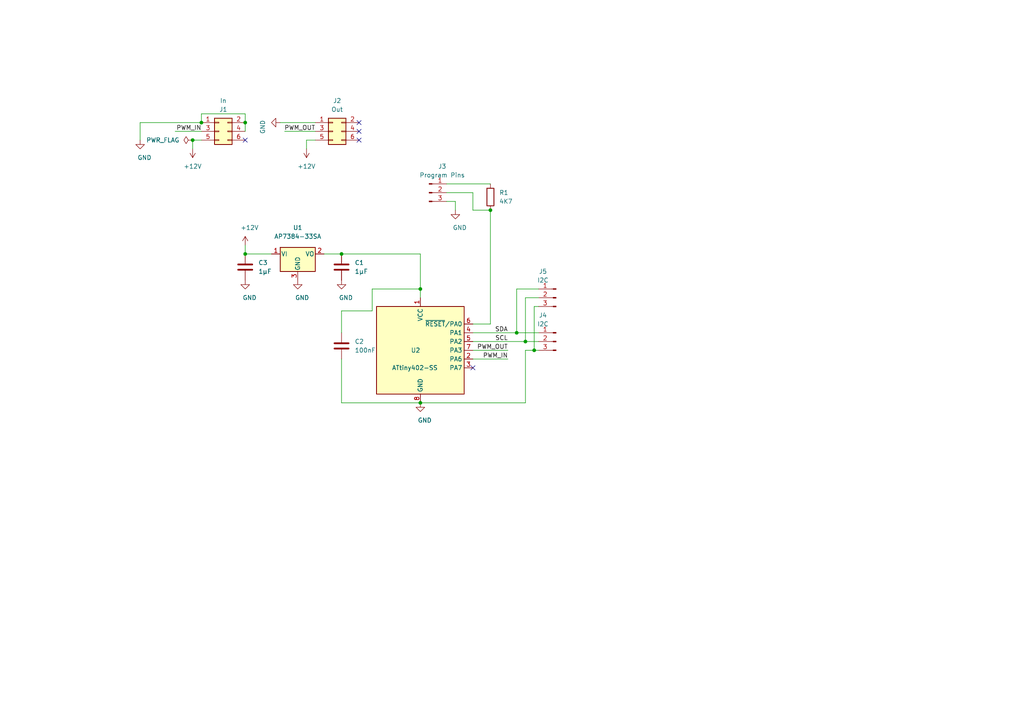
<source format=kicad_sch>
(kicad_sch (version 20210126) (generator eeschema)

  (paper "A4")

  (title_block
    (title "DL380e Fan Mod")
    (rev "1")
  )

  (lib_symbols
    (symbol "Connector:Conn_01x03_Male" (pin_names (offset 1.016) hide) (in_bom yes) (on_board yes)
      (property "Reference" "J" (id 0) (at 0 5.08 0)
        (effects (font (size 1.27 1.27)))
      )
      (property "Value" "Conn_01x03_Male" (id 1) (at 0 -5.08 0)
        (effects (font (size 1.27 1.27)))
      )
      (property "Footprint" "" (id 2) (at 0 0 0)
        (effects (font (size 1.27 1.27)) hide)
      )
      (property "Datasheet" "~" (id 3) (at 0 0 0)
        (effects (font (size 1.27 1.27)) hide)
      )
      (property "ki_keywords" "connector" (id 4) (at 0 0 0)
        (effects (font (size 1.27 1.27)) hide)
      )
      (property "ki_description" "Generic connector, single row, 01x03, script generated (kicad-library-utils/schlib/autogen/connector/)" (id 5) (at 0 0 0)
        (effects (font (size 1.27 1.27)) hide)
      )
      (property "ki_fp_filters" "Connector*:*_1x??_*" (id 6) (at 0 0 0)
        (effects (font (size 1.27 1.27)) hide)
      )
      (symbol "Conn_01x03_Male_1_1"
        (rectangle (start 0.8636 -2.413) (end 0 -2.667)
          (stroke (width 0.1524)) (fill (type outline))
        )
        (rectangle (start 0.8636 0.127) (end 0 -0.127)
          (stroke (width 0.1524)) (fill (type outline))
        )
        (rectangle (start 0.8636 2.667) (end 0 2.413)
          (stroke (width 0.1524)) (fill (type outline))
        )
        (polyline
          (pts
            (xy 1.27 -2.54)
            (xy 0.8636 -2.54)
          )
          (stroke (width 0.1524)) (fill (type none))
        )
        (polyline
          (pts
            (xy 1.27 0)
            (xy 0.8636 0)
          )
          (stroke (width 0.1524)) (fill (type none))
        )
        (polyline
          (pts
            (xy 1.27 2.54)
            (xy 0.8636 2.54)
          )
          (stroke (width 0.1524)) (fill (type none))
        )
        (pin passive line (at 5.08 2.54 180) (length 3.81)
          (name "Pin_1" (effects (font (size 1.27 1.27))))
          (number "1" (effects (font (size 1.27 1.27))))
        )
        (pin passive line (at 5.08 0 180) (length 3.81)
          (name "Pin_2" (effects (font (size 1.27 1.27))))
          (number "2" (effects (font (size 1.27 1.27))))
        )
        (pin passive line (at 5.08 -2.54 180) (length 3.81)
          (name "Pin_3" (effects (font (size 1.27 1.27))))
          (number "3" (effects (font (size 1.27 1.27))))
        )
      )
    )
    (symbol "Connector_Generic:Conn_02x03_Odd_Even" (pin_names (offset 1.016) hide) (in_bom yes) (on_board yes)
      (property "Reference" "J" (id 0) (at 1.27 5.08 0)
        (effects (font (size 1.27 1.27)))
      )
      (property "Value" "Conn_02x03_Odd_Even" (id 1) (at 1.27 -5.08 0)
        (effects (font (size 1.27 1.27)))
      )
      (property "Footprint" "" (id 2) (at 0 0 0)
        (effects (font (size 1.27 1.27)) hide)
      )
      (property "Datasheet" "~" (id 3) (at 0 0 0)
        (effects (font (size 1.27 1.27)) hide)
      )
      (property "ki_keywords" "connector" (id 4) (at 0 0 0)
        (effects (font (size 1.27 1.27)) hide)
      )
      (property "ki_description" "Generic connector, double row, 02x03, odd/even pin numbering scheme (row 1 odd numbers, row 2 even numbers), script generated (kicad-library-utils/schlib/autogen/connector/)" (id 5) (at 0 0 0)
        (effects (font (size 1.27 1.27)) hide)
      )
      (property "ki_fp_filters" "Connector*:*_2x??_*" (id 6) (at 0 0 0)
        (effects (font (size 1.27 1.27)) hide)
      )
      (symbol "Conn_02x03_Odd_Even_1_1"
        (rectangle (start -1.27 -2.413) (end 0 -2.667)
          (stroke (width 0.1524)) (fill (type none))
        )
        (rectangle (start -1.27 2.667) (end 0 2.413)
          (stroke (width 0.1524)) (fill (type none))
        )
        (rectangle (start -1.27 3.81) (end 3.81 -3.81)
          (stroke (width 0.254)) (fill (type background))
        )
        (rectangle (start -1.27 0.127) (end 0 -0.127)
          (stroke (width 0.1524)) (fill (type none))
        )
        (rectangle (start 3.81 -2.413) (end 2.54 -2.667)
          (stroke (width 0.1524)) (fill (type none))
        )
        (rectangle (start 3.81 2.667) (end 2.54 2.413)
          (stroke (width 0.1524)) (fill (type none))
        )
        (rectangle (start 3.81 0.127) (end 2.54 -0.127)
          (stroke (width 0.1524)) (fill (type none))
        )
        (pin passive line (at -5.08 2.54 0) (length 3.81)
          (name "Pin_1" (effects (font (size 1.27 1.27))))
          (number "1" (effects (font (size 1.27 1.27))))
        )
        (pin passive line (at 7.62 2.54 180) (length 3.81)
          (name "Pin_2" (effects (font (size 1.27 1.27))))
          (number "2" (effects (font (size 1.27 1.27))))
        )
        (pin passive line (at -5.08 0 0) (length 3.81)
          (name "Pin_3" (effects (font (size 1.27 1.27))))
          (number "3" (effects (font (size 1.27 1.27))))
        )
        (pin passive line (at 7.62 0 180) (length 3.81)
          (name "Pin_4" (effects (font (size 1.27 1.27))))
          (number "4" (effects (font (size 1.27 1.27))))
        )
        (pin passive line (at -5.08 -2.54 0) (length 3.81)
          (name "Pin_5" (effects (font (size 1.27 1.27))))
          (number "5" (effects (font (size 1.27 1.27))))
        )
        (pin passive line (at 7.62 -2.54 180) (length 3.81)
          (name "Pin_6" (effects (font (size 1.27 1.27))))
          (number "6" (effects (font (size 1.27 1.27))))
        )
      )
    )
    (symbol "Device:C" (pin_numbers hide) (pin_names (offset 0.254)) (in_bom yes) (on_board yes)
      (property "Reference" "C" (id 0) (at 0.635 2.54 0)
        (effects (font (size 1.27 1.27)) (justify left))
      )
      (property "Value" "C" (id 1) (at 0.635 -2.54 0)
        (effects (font (size 1.27 1.27)) (justify left))
      )
      (property "Footprint" "" (id 2) (at 0.9652 -3.81 0)
        (effects (font (size 1.27 1.27)) hide)
      )
      (property "Datasheet" "~" (id 3) (at 0 0 0)
        (effects (font (size 1.27 1.27)) hide)
      )
      (property "ki_keywords" "cap capacitor" (id 4) (at 0 0 0)
        (effects (font (size 1.27 1.27)) hide)
      )
      (property "ki_description" "Unpolarized capacitor" (id 5) (at 0 0 0)
        (effects (font (size 1.27 1.27)) hide)
      )
      (property "ki_fp_filters" "C_*" (id 6) (at 0 0 0)
        (effects (font (size 1.27 1.27)) hide)
      )
      (symbol "C_0_1"
        (polyline
          (pts
            (xy -2.032 -0.762)
            (xy 2.032 -0.762)
          )
          (stroke (width 0.508)) (fill (type none))
        )
        (polyline
          (pts
            (xy -2.032 0.762)
            (xy 2.032 0.762)
          )
          (stroke (width 0.508)) (fill (type none))
        )
      )
      (symbol "C_1_1"
        (pin passive line (at 0 3.81 270) (length 2.794)
          (name "~" (effects (font (size 1.27 1.27))))
          (number "1" (effects (font (size 1.27 1.27))))
        )
        (pin passive line (at 0 -3.81 90) (length 2.794)
          (name "~" (effects (font (size 1.27 1.27))))
          (number "2" (effects (font (size 1.27 1.27))))
        )
      )
    )
    (symbol "Device:R" (pin_numbers hide) (pin_names (offset 0)) (in_bom yes) (on_board yes)
      (property "Reference" "R" (id 0) (at 2.032 0 90)
        (effects (font (size 1.27 1.27)))
      )
      (property "Value" "R" (id 1) (at 0 0 90)
        (effects (font (size 1.27 1.27)))
      )
      (property "Footprint" "" (id 2) (at -1.778 0 90)
        (effects (font (size 1.27 1.27)) hide)
      )
      (property "Datasheet" "~" (id 3) (at 0 0 0)
        (effects (font (size 1.27 1.27)) hide)
      )
      (property "ki_keywords" "R res resistor" (id 4) (at 0 0 0)
        (effects (font (size 1.27 1.27)) hide)
      )
      (property "ki_description" "Resistor" (id 5) (at 0 0 0)
        (effects (font (size 1.27 1.27)) hide)
      )
      (property "ki_fp_filters" "R_*" (id 6) (at 0 0 0)
        (effects (font (size 1.27 1.27)) hide)
      )
      (symbol "R_0_1"
        (rectangle (start -1.016 -2.54) (end 1.016 2.54)
          (stroke (width 0.254)) (fill (type none))
        )
      )
      (symbol "R_1_1"
        (pin passive line (at 0 3.81 270) (length 1.27)
          (name "~" (effects (font (size 1.27 1.27))))
          (number "1" (effects (font (size 1.27 1.27))))
        )
        (pin passive line (at 0 -3.81 90) (length 1.27)
          (name "~" (effects (font (size 1.27 1.27))))
          (number "2" (effects (font (size 1.27 1.27))))
        )
      )
    )
    (symbol "MCU_Microchip_ATtiny:ATtiny402-SS" (in_bom yes) (on_board yes)
      (property "Reference" "U" (id 0) (at -12.7 13.97 0)
        (effects (font (size 1.27 1.27)) (justify left bottom))
      )
      (property "Value" "ATtiny402-SS" (id 1) (at 2.54 -13.97 0)
        (effects (font (size 1.27 1.27)) (justify left top))
      )
      (property "Footprint" "Package_SO:SOIC-8_3.9x4.9mm_P1.27mm" (id 2) (at 0 0 0)
        (effects (font (size 1.27 1.27) italic) hide)
      )
      (property "Datasheet" "http://ww1.microchip.com/downloads/en/DeviceDoc/ATtiny202-402-AVR-MCU-with-Core-Independent-Peripherals_and-picoPower-40001969A.pdf" (id 3) (at 0 0 0)
        (effects (font (size 1.27 1.27)) hide)
      )
      (property "ki_keywords" "AVR 8bit Microcontroller tinyAVR" (id 4) (at 0 0 0)
        (effects (font (size 1.27 1.27)) hide)
      )
      (property "ki_description" "20MHz, 4kB Flash, 256B SRAM, 128B EEPROM, SOIC-8" (id 5) (at 0 0 0)
        (effects (font (size 1.27 1.27)) hide)
      )
      (property "ki_fp_filters" "SOIC*3.9x4.9mm*P1.27mm*" (id 6) (at 0 0 0)
        (effects (font (size 1.27 1.27)) hide)
      )
      (symbol "ATtiny402-SS_0_1"
        (rectangle (start -12.7 -12.7) (end 12.7 12.7)
          (stroke (width 0.254)) (fill (type background))
        )
      )
      (symbol "ATtiny402-SS_1_1"
        (pin power_in line (at 0 15.24 270) (length 2.54)
          (name "VCC" (effects (font (size 1.27 1.27))))
          (number "1" (effects (font (size 1.27 1.27))))
        )
        (pin bidirectional line (at 15.24 -2.54 180) (length 2.54)
          (name "PA6" (effects (font (size 1.27 1.27))))
          (number "2" (effects (font (size 1.27 1.27))))
        )
        (pin bidirectional line (at 15.24 -5.08 180) (length 2.54)
          (name "PA7" (effects (font (size 1.27 1.27))))
          (number "3" (effects (font (size 1.27 1.27))))
        )
        (pin bidirectional line (at 15.24 5.08 180) (length 2.54)
          (name "PA1" (effects (font (size 1.27 1.27))))
          (number "4" (effects (font (size 1.27 1.27))))
        )
        (pin bidirectional line (at 15.24 2.54 180) (length 2.54)
          (name "PA2" (effects (font (size 1.27 1.27))))
          (number "5" (effects (font (size 1.27 1.27))))
        )
        (pin bidirectional line (at 15.24 7.62 180) (length 2.54)
          (name "~RESET~/PA0" (effects (font (size 1.27 1.27))))
          (number "6" (effects (font (size 1.27 1.27))))
        )
        (pin bidirectional line (at 15.24 0 180) (length 2.54)
          (name "PA3" (effects (font (size 1.27 1.27))))
          (number "7" (effects (font (size 1.27 1.27))))
        )
        (pin power_in line (at 0 -15.24 90) (length 2.54)
          (name "GND" (effects (font (size 1.27 1.27))))
          (number "8" (effects (font (size 1.27 1.27))))
        )
      )
    )
    (symbol "Regulator_Linear:AP7384-33SA" (pin_names (offset 0.254)) (in_bom yes) (on_board yes)
      (property "Reference" "U" (id 0) (at -3.81 3.175 0)
        (effects (font (size 1.27 1.27)))
      )
      (property "Value" "AP7384-33SA" (id 1) (at 0 3.175 0)
        (effects (font (size 1.27 1.27)) (justify left))
      )
      (property "Footprint" "Package_TO_SOT_SMD:SOT-23" (id 2) (at 0 5.715 0)
        (effects (font (size 1.27 1.27) italic) hide)
      )
      (property "Datasheet" "https://www.diodes.com/assets/Datasheets/AP7384.pdf" (id 3) (at 0 -1.27 0)
        (effects (font (size 1.27 1.27)) hide)
      )
      (property "ki_keywords" "50mA LDO Regulator Fixed Positive" (id 4) (at 0 0 0)
        (effects (font (size 1.27 1.27)) hide)
      )
      (property "ki_description" "50mA Low Dropout Voltage Regulator, Fixed Output 3.3V, Wide Input Voltage Range 40V, SOT-23" (id 5) (at 0 0 0)
        (effects (font (size 1.27 1.27)) hide)
      )
      (property "ki_fp_filters" "SOT?23*" (id 6) (at 0 0 0)
        (effects (font (size 1.27 1.27)) hide)
      )
      (symbol "AP7384-33SA_0_1"
        (rectangle (start -5.08 1.905) (end 5.08 -5.08)
          (stroke (width 0.254)) (fill (type background))
        )
      )
      (symbol "AP7384-33SA_1_1"
        (pin power_in line (at -7.62 0 0) (length 2.54)
          (name "VI" (effects (font (size 1.27 1.27))))
          (number "1" (effects (font (size 1.27 1.27))))
        )
        (pin power_out line (at 7.62 0 180) (length 2.54)
          (name "VO" (effects (font (size 1.27 1.27))))
          (number "2" (effects (font (size 1.27 1.27))))
        )
        (pin power_in line (at 0 -7.62 90) (length 2.54)
          (name "GND" (effects (font (size 1.27 1.27))))
          (number "3" (effects (font (size 1.27 1.27))))
        )
      )
    )
    (symbol "power:+12V" (power) (pin_names (offset 0)) (in_bom yes) (on_board yes)
      (property "Reference" "#PWR" (id 0) (at 0 -3.81 0)
        (effects (font (size 1.27 1.27)) hide)
      )
      (property "Value" "+12V" (id 1) (at 0 3.556 0)
        (effects (font (size 1.27 1.27)))
      )
      (property "Footprint" "" (id 2) (at 0 0 0)
        (effects (font (size 1.27 1.27)) hide)
      )
      (property "Datasheet" "" (id 3) (at 0 0 0)
        (effects (font (size 1.27 1.27)) hide)
      )
      (property "ki_keywords" "power-flag" (id 4) (at 0 0 0)
        (effects (font (size 1.27 1.27)) hide)
      )
      (property "ki_description" "Power symbol creates a global label with name \"+12V\"" (id 5) (at 0 0 0)
        (effects (font (size 1.27 1.27)) hide)
      )
      (symbol "+12V_0_1"
        (polyline
          (pts
            (xy -0.762 1.27)
            (xy 0 2.54)
          )
          (stroke (width 0)) (fill (type none))
        )
        (polyline
          (pts
            (xy 0 0)
            (xy 0 2.54)
          )
          (stroke (width 0)) (fill (type none))
        )
        (polyline
          (pts
            (xy 0 2.54)
            (xy 0.762 1.27)
          )
          (stroke (width 0)) (fill (type none))
        )
      )
      (symbol "+12V_1_1"
        (pin power_in line (at 0 0 90) (length 0) hide
          (name "+12V" (effects (font (size 1.27 1.27))))
          (number "1" (effects (font (size 1.27 1.27))))
        )
      )
    )
    (symbol "power:GND" (power) (pin_names (offset 0)) (in_bom yes) (on_board yes)
      (property "Reference" "#PWR" (id 0) (at 0 -6.35 0)
        (effects (font (size 1.27 1.27)) hide)
      )
      (property "Value" "GND" (id 1) (at 0 -3.81 0)
        (effects (font (size 1.27 1.27)))
      )
      (property "Footprint" "" (id 2) (at 0 0 0)
        (effects (font (size 1.27 1.27)) hide)
      )
      (property "Datasheet" "" (id 3) (at 0 0 0)
        (effects (font (size 1.27 1.27)) hide)
      )
      (property "ki_keywords" "power-flag" (id 4) (at 0 0 0)
        (effects (font (size 1.27 1.27)) hide)
      )
      (property "ki_description" "Power symbol creates a global label with name \"GND\" , ground" (id 5) (at 0 0 0)
        (effects (font (size 1.27 1.27)) hide)
      )
      (symbol "GND_0_1"
        (polyline
          (pts
            (xy 0 0)
            (xy 0 -1.27)
            (xy 1.27 -1.27)
            (xy 0 -2.54)
            (xy -1.27 -1.27)
            (xy 0 -1.27)
          )
          (stroke (width 0)) (fill (type none))
        )
      )
      (symbol "GND_1_1"
        (pin power_in line (at 0 0 270) (length 0) hide
          (name "GND" (effects (font (size 1.27 1.27))))
          (number "1" (effects (font (size 1.27 1.27))))
        )
      )
    )
    (symbol "power:PWR_FLAG" (power) (pin_numbers hide) (pin_names (offset 0) hide) (in_bom yes) (on_board yes)
      (property "Reference" "#FLG" (id 0) (at 0 1.905 0)
        (effects (font (size 1.27 1.27)) hide)
      )
      (property "Value" "PWR_FLAG" (id 1) (at 0 3.81 0)
        (effects (font (size 1.27 1.27)))
      )
      (property "Footprint" "" (id 2) (at 0 0 0)
        (effects (font (size 1.27 1.27)) hide)
      )
      (property "Datasheet" "~" (id 3) (at 0 0 0)
        (effects (font (size 1.27 1.27)) hide)
      )
      (property "ki_keywords" "power-flag" (id 4) (at 0 0 0)
        (effects (font (size 1.27 1.27)) hide)
      )
      (property "ki_description" "Special symbol for telling ERC where power comes from" (id 5) (at 0 0 0)
        (effects (font (size 1.27 1.27)) hide)
      )
      (symbol "PWR_FLAG_0_0"
        (pin power_out line (at 0 0 90) (length 0)
          (name "pwr" (effects (font (size 1.27 1.27))))
          (number "1" (effects (font (size 1.27 1.27))))
        )
      )
      (symbol "PWR_FLAG_0_1"
        (polyline
          (pts
            (xy 0 0)
            (xy 0 1.27)
            (xy -1.016 1.905)
            (xy 0 2.54)
            (xy 1.016 1.905)
            (xy 0 1.27)
          )
          (stroke (width 0)) (fill (type none))
        )
      )
    )
  )

  (junction (at 55.88 40.64) (diameter 0.9144) (color 0 0 0 0))
  (junction (at 58.42 35.56) (diameter 0.9144) (color 0 0 0 0))
  (junction (at 71.12 35.56) (diameter 0.9144) (color 0 0 0 0))
  (junction (at 71.12 73.66) (diameter 0.9144) (color 0 0 0 0))
  (junction (at 99.06 73.66) (diameter 0.9144) (color 0 0 0 0))
  (junction (at 121.92 83.82) (diameter 0.9144) (color 0 0 0 0))
  (junction (at 121.92 116.84) (diameter 0.9144) (color 0 0 0 0))
  (junction (at 142.24 60.96) (diameter 0.9144) (color 0 0 0 0))
  (junction (at 149.86 96.52) (diameter 0.9144) (color 0 0 0 0))
  (junction (at 152.4 99.06) (diameter 0.9144) (color 0 0 0 0))
  (junction (at 154.94 101.6) (diameter 0.9144) (color 0 0 0 0))

  (no_connect (at 71.12 40.64) (uuid db96c285-6146-46f3-af28-b0223dda620f))
  (no_connect (at 104.14 35.56) (uuid 3815d993-81af-40e7-becd-ba96d35bbe3f))
  (no_connect (at 104.14 38.1) (uuid 4e40b585-215e-45d5-a4c4-b6fbe0bc85d9))
  (no_connect (at 104.14 40.64) (uuid a3ca2f66-b78e-4bd4-8a09-d63f9a280e55))
  (no_connect (at 137.16 106.68) (uuid e82a08d1-82cd-437a-ba26-7f50ac982008))

  (wire (pts (xy 40.64 35.56) (xy 58.42 35.56))
    (stroke (width 0) (type solid) (color 0 0 0 0))
    (uuid 80b279eb-e5e7-4e1d-8def-a72b3dd1856f)
  )
  (wire (pts (xy 40.64 40.64) (xy 40.64 35.56))
    (stroke (width 0) (type solid) (color 0 0 0 0))
    (uuid 80b279eb-e5e7-4e1d-8def-a72b3dd1856f)
  )
  (wire (pts (xy 50.8 38.1) (xy 58.42 38.1))
    (stroke (width 0) (type solid) (color 0 0 0 0))
    (uuid 6da8561b-4e15-4f7f-9523-87d07f6c1cf0)
  )
  (wire (pts (xy 55.88 40.64) (xy 55.88 43.18))
    (stroke (width 0) (type solid) (color 0 0 0 0))
    (uuid ff7c0d4b-34e9-413b-8fe0-a16da429ab7d)
  )
  (wire (pts (xy 58.42 33.02) (xy 71.12 33.02))
    (stroke (width 0) (type solid) (color 0 0 0 0))
    (uuid 552e5f66-1849-4611-9d3b-762ad26857f7)
  )
  (wire (pts (xy 58.42 35.56) (xy 58.42 33.02))
    (stroke (width 0) (type solid) (color 0 0 0 0))
    (uuid 552e5f66-1849-4611-9d3b-762ad26857f7)
  )
  (wire (pts (xy 58.42 40.64) (xy 55.88 40.64))
    (stroke (width 0) (type solid) (color 0 0 0 0))
    (uuid ff7c0d4b-34e9-413b-8fe0-a16da429ab7d)
  )
  (wire (pts (xy 71.12 33.02) (xy 71.12 35.56))
    (stroke (width 0) (type solid) (color 0 0 0 0))
    (uuid 552e5f66-1849-4611-9d3b-762ad26857f7)
  )
  (wire (pts (xy 71.12 35.56) (xy 71.12 38.1))
    (stroke (width 0) (type solid) (color 0 0 0 0))
    (uuid 552e5f66-1849-4611-9d3b-762ad26857f7)
  )
  (wire (pts (xy 71.12 73.66) (xy 71.12 71.12))
    (stroke (width 0) (type solid) (color 0 0 0 0))
    (uuid 9d9c7328-35cc-4b5b-b77c-9b8b628a510f)
  )
  (wire (pts (xy 78.74 73.66) (xy 71.12 73.66))
    (stroke (width 0) (type solid) (color 0 0 0 0))
    (uuid 9d9c7328-35cc-4b5b-b77c-9b8b628a510f)
  )
  (wire (pts (xy 81.28 35.56) (xy 91.44 35.56))
    (stroke (width 0) (type solid) (color 0 0 0 0))
    (uuid 322c653e-b0f5-402e-ab03-ffdcaaef246e)
  )
  (wire (pts (xy 82.55 38.1) (xy 91.44 38.1))
    (stroke (width 0) (type solid) (color 0 0 0 0))
    (uuid bbd381aa-ecfa-496a-99c6-3797dfe0b95b)
  )
  (wire (pts (xy 88.9 40.64) (xy 88.9 43.18))
    (stroke (width 0) (type solid) (color 0 0 0 0))
    (uuid bca88284-ebf5-4a91-a5fb-4023ee195ac9)
  )
  (wire (pts (xy 91.44 40.64) (xy 88.9 40.64))
    (stroke (width 0) (type solid) (color 0 0 0 0))
    (uuid bca88284-ebf5-4a91-a5fb-4023ee195ac9)
  )
  (wire (pts (xy 93.98 73.66) (xy 99.06 73.66))
    (stroke (width 0) (type solid) (color 0 0 0 0))
    (uuid 0b6579e7-d844-45db-b5e8-ce9c7e936cd6)
  )
  (wire (pts (xy 99.06 73.66) (xy 121.92 73.66))
    (stroke (width 0) (type solid) (color 0 0 0 0))
    (uuid 0b6579e7-d844-45db-b5e8-ce9c7e936cd6)
  )
  (wire (pts (xy 99.06 90.17) (xy 99.06 96.52))
    (stroke (width 0) (type solid) (color 0 0 0 0))
    (uuid 085a9b68-d739-499e-9d60-8a9a3e2e10fc)
  )
  (wire (pts (xy 99.06 90.17) (xy 107.95 90.17))
    (stroke (width 0) (type solid) (color 0 0 0 0))
    (uuid 38817945-d05e-4cf0-9437-546e74072b4b)
  )
  (wire (pts (xy 99.06 116.84) (xy 99.06 104.14))
    (stroke (width 0) (type solid) (color 0 0 0 0))
    (uuid e12a9fb4-a04e-4121-a34a-2666ceaa9796)
  )
  (wire (pts (xy 99.06 116.84) (xy 121.92 116.84))
    (stroke (width 0) (type solid) (color 0 0 0 0))
    (uuid 8f47fede-fc3d-42aa-831f-74f62a56b8c3)
  )
  (wire (pts (xy 107.95 83.82) (xy 121.92 83.82))
    (stroke (width 0) (type solid) (color 0 0 0 0))
    (uuid 38817945-d05e-4cf0-9437-546e74072b4b)
  )
  (wire (pts (xy 107.95 90.17) (xy 107.95 83.82))
    (stroke (width 0) (type solid) (color 0 0 0 0))
    (uuid 38817945-d05e-4cf0-9437-546e74072b4b)
  )
  (wire (pts (xy 121.92 73.66) (xy 121.92 83.82))
    (stroke (width 0) (type solid) (color 0 0 0 0))
    (uuid 0b6579e7-d844-45db-b5e8-ce9c7e936cd6)
  )
  (wire (pts (xy 121.92 83.82) (xy 121.92 86.36))
    (stroke (width 0) (type solid) (color 0 0 0 0))
    (uuid 0b6579e7-d844-45db-b5e8-ce9c7e936cd6)
  )
  (wire (pts (xy 129.54 53.34) (xy 142.24 53.34))
    (stroke (width 0) (type solid) (color 0 0 0 0))
    (uuid 6cab50c8-8ce3-42b6-974f-5e9c023f9a3b)
  )
  (wire (pts (xy 129.54 55.88) (xy 137.16 55.88))
    (stroke (width 0) (type solid) (color 0 0 0 0))
    (uuid a1292d4a-5abf-4b65-bb70-0f1179967bc6)
  )
  (wire (pts (xy 129.54 58.42) (xy 132.08 58.42))
    (stroke (width 0) (type solid) (color 0 0 0 0))
    (uuid c3d362c2-739e-471f-8872-a9f3f2a12e25)
  )
  (wire (pts (xy 132.08 58.42) (xy 132.08 60.96))
    (stroke (width 0) (type solid) (color 0 0 0 0))
    (uuid c3d362c2-739e-471f-8872-a9f3f2a12e25)
  )
  (wire (pts (xy 137.16 55.88) (xy 137.16 60.96))
    (stroke (width 0) (type solid) (color 0 0 0 0))
    (uuid a1292d4a-5abf-4b65-bb70-0f1179967bc6)
  )
  (wire (pts (xy 137.16 60.96) (xy 142.24 60.96))
    (stroke (width 0) (type solid) (color 0 0 0 0))
    (uuid a1292d4a-5abf-4b65-bb70-0f1179967bc6)
  )
  (wire (pts (xy 137.16 96.52) (xy 149.86 96.52))
    (stroke (width 0) (type solid) (color 0 0 0 0))
    (uuid 5686a2ff-e178-4473-8cb5-cb94a2b09c14)
  )
  (wire (pts (xy 137.16 99.06) (xy 152.4 99.06))
    (stroke (width 0) (type solid) (color 0 0 0 0))
    (uuid 6f88af2a-56c2-4b87-877b-fcb74481d3ff)
  )
  (wire (pts (xy 137.16 101.6) (xy 147.32 101.6))
    (stroke (width 0) (type solid) (color 0 0 0 0))
    (uuid a09ca5cb-1986-42f6-963d-d5e48a02a9b3)
  )
  (wire (pts (xy 137.16 104.14) (xy 147.32 104.14))
    (stroke (width 0) (type solid) (color 0 0 0 0))
    (uuid 5da629d3-6513-45bc-8536-0a695ff48900)
  )
  (wire (pts (xy 142.24 60.96) (xy 142.24 93.98))
    (stroke (width 0) (type solid) (color 0 0 0 0))
    (uuid 9fa8f67c-828e-495c-b460-48f3a386bdcf)
  )
  (wire (pts (xy 142.24 93.98) (xy 137.16 93.98))
    (stroke (width 0) (type solid) (color 0 0 0 0))
    (uuid 9fa8f67c-828e-495c-b460-48f3a386bdcf)
  )
  (wire (pts (xy 149.86 83.82) (xy 156.21 83.82))
    (stroke (width 0) (type solid) (color 0 0 0 0))
    (uuid 08d8ec37-2b13-42c0-b80b-db6e5bc15684)
  )
  (wire (pts (xy 149.86 96.52) (xy 149.86 83.82))
    (stroke (width 0) (type solid) (color 0 0 0 0))
    (uuid 08d8ec37-2b13-42c0-b80b-db6e5bc15684)
  )
  (wire (pts (xy 149.86 96.52) (xy 156.21 96.52))
    (stroke (width 0) (type solid) (color 0 0 0 0))
    (uuid 5686a2ff-e178-4473-8cb5-cb94a2b09c14)
  )
  (wire (pts (xy 152.4 86.36) (xy 156.21 86.36))
    (stroke (width 0) (type solid) (color 0 0 0 0))
    (uuid 1f236fa8-9670-4c39-b69b-47260bea9dfb)
  )
  (wire (pts (xy 152.4 99.06) (xy 152.4 86.36))
    (stroke (width 0) (type solid) (color 0 0 0 0))
    (uuid 1f236fa8-9670-4c39-b69b-47260bea9dfb)
  )
  (wire (pts (xy 152.4 99.06) (xy 156.21 99.06))
    (stroke (width 0) (type solid) (color 0 0 0 0))
    (uuid 6f88af2a-56c2-4b87-877b-fcb74481d3ff)
  )
  (wire (pts (xy 152.4 101.6) (xy 152.4 116.84))
    (stroke (width 0) (type solid) (color 0 0 0 0))
    (uuid 1e931af4-e8c9-47ee-b0fc-5973535fb238)
  )
  (wire (pts (xy 152.4 116.84) (xy 121.92 116.84))
    (stroke (width 0) (type solid) (color 0 0 0 0))
    (uuid 1e931af4-e8c9-47ee-b0fc-5973535fb238)
  )
  (wire (pts (xy 154.94 88.9) (xy 156.21 88.9))
    (stroke (width 0) (type solid) (color 0 0 0 0))
    (uuid ad733356-c413-443c-9287-26b65bc0b6a9)
  )
  (wire (pts (xy 154.94 101.6) (xy 152.4 101.6))
    (stroke (width 0) (type solid) (color 0 0 0 0))
    (uuid 1e931af4-e8c9-47ee-b0fc-5973535fb238)
  )
  (wire (pts (xy 154.94 101.6) (xy 154.94 88.9))
    (stroke (width 0) (type solid) (color 0 0 0 0))
    (uuid ad733356-c413-443c-9287-26b65bc0b6a9)
  )
  (wire (pts (xy 156.21 101.6) (xy 154.94 101.6))
    (stroke (width 0) (type solid) (color 0 0 0 0))
    (uuid 1e931af4-e8c9-47ee-b0fc-5973535fb238)
  )

  (label "PWM_IN" (at 58.42 38.1 180)
    (effects (font (size 1.27 1.27)) (justify right bottom))
    (uuid 1f3b8e8b-28c5-4eac-b844-e02e86ff975f)
  )
  (label "PWM_OUT" (at 91.44 38.1 180)
    (effects (font (size 1.27 1.27)) (justify right bottom))
    (uuid cae8ffd0-617f-4293-9d14-7ba9a3fc8eb6)
  )
  (label "SDA" (at 147.32 96.52 180)
    (effects (font (size 1.27 1.27)) (justify right bottom))
    (uuid 3ea0b8c5-fbdf-45c2-abdf-a847961770b9)
  )
  (label "SCL" (at 147.32 99.06 180)
    (effects (font (size 1.27 1.27)) (justify right bottom))
    (uuid e0633ff7-fd53-482d-beb1-e3242b5e009f)
  )
  (label "PWM_OUT" (at 147.32 101.6 180)
    (effects (font (size 1.27 1.27)) (justify right bottom))
    (uuid b0f37ffc-762a-496c-a1b4-c4aeccc3c12b)
  )
  (label "PWM_IN" (at 147.32 104.14 180)
    (effects (font (size 1.27 1.27)) (justify right bottom))
    (uuid 0536ccbf-2c3b-4a04-9f6e-2e26475d7808)
  )

  (symbol (lib_id "power:PWR_FLAG") (at 55.88 40.64 90) (unit 1)
    (in_bom yes) (on_board yes)
    (uuid b60f6179-0871-49e1-9979-1217542d724e)
    (property "Reference" "#FLG01" (id 0) (at 53.975 40.64 0)
      (effects (font (size 1.27 1.27)) hide)
    )
    (property "Value" "PWR_FLAG" (id 1) (at 52.07 40.64 90)
      (effects (font (size 1.27 1.27)) (justify left))
    )
    (property "Footprint" "" (id 2) (at 55.88 40.64 0)
      (effects (font (size 1.27 1.27)) hide)
    )
    (property "Datasheet" "~" (id 3) (at 55.88 40.64 0)
      (effects (font (size 1.27 1.27)) hide)
    )
    (pin "1" (uuid 23a24f6b-63ec-492d-95a8-4f0734e74f02))
  )

  (symbol (lib_id "power:+12V") (at 55.88 43.18 180) (unit 1)
    (in_bom yes) (on_board yes)
    (uuid 15d0d0e3-4be4-491e-869c-9eed6d96ed64)
    (property "Reference" "#PWR02" (id 0) (at 55.88 39.37 0)
      (effects (font (size 1.27 1.27)) hide)
    )
    (property "Value" "+12V" (id 1) (at 55.88 48.26 0))
    (property "Footprint" "" (id 2) (at 55.88 43.18 0)
      (effects (font (size 1.27 1.27)) hide)
    )
    (property "Datasheet" "" (id 3) (at 55.88 43.18 0)
      (effects (font (size 1.27 1.27)) hide)
    )
    (pin "1" (uuid 8b6ad223-ed39-4d34-a588-e33d78af78a9))
  )

  (symbol (lib_id "power:+12V") (at 71.12 71.12 0) (unit 1)
    (in_bom yes) (on_board yes)
    (uuid f3f9c374-8ac5-47f4-a920-52728d56acb7)
    (property "Reference" "#PWR03" (id 0) (at 71.12 74.93 0)
      (effects (font (size 1.27 1.27)) hide)
    )
    (property "Value" "+12V" (id 1) (at 72.39 66.04 0))
    (property "Footprint" "" (id 2) (at 71.12 71.12 0)
      (effects (font (size 1.27 1.27)) hide)
    )
    (property "Datasheet" "" (id 3) (at 71.12 71.12 0)
      (effects (font (size 1.27 1.27)) hide)
    )
    (pin "1" (uuid 9ac67d94-e498-4ff8-b87b-7bfa46be60b8))
  )

  (symbol (lib_id "power:+12V") (at 88.9 43.18 180) (unit 1)
    (in_bom yes) (on_board yes)
    (uuid 61a55228-f171-4bf5-9f31-6777bb1509e5)
    (property "Reference" "#PWR06" (id 0) (at 88.9 39.37 0)
      (effects (font (size 1.27 1.27)) hide)
    )
    (property "Value" "+12V" (id 1) (at 88.9 48.26 0))
    (property "Footprint" "" (id 2) (at 88.9 43.18 0)
      (effects (font (size 1.27 1.27)) hide)
    )
    (property "Datasheet" "" (id 3) (at 88.9 43.18 0)
      (effects (font (size 1.27 1.27)) hide)
    )
    (pin "1" (uuid 8b6ad223-ed39-4d34-a588-e33d78af78a9))
  )

  (symbol (lib_id "power:GND") (at 40.64 40.64 0) (unit 1)
    (in_bom yes) (on_board yes)
    (uuid e33dedd4-4100-43ea-9038-ea912e5a8d37)
    (property "Reference" "#PWR01" (id 0) (at 40.64 46.99 0)
      (effects (font (size 1.27 1.27)) hide)
    )
    (property "Value" "GND" (id 1) (at 41.91 45.72 0))
    (property "Footprint" "" (id 2) (at 40.64 40.64 0)
      (effects (font (size 1.27 1.27)) hide)
    )
    (property "Datasheet" "" (id 3) (at 40.64 40.64 0)
      (effects (font (size 1.27 1.27)) hide)
    )
    (pin "1" (uuid a9d6be79-7047-4be2-a053-777d3508184b))
  )

  (symbol (lib_id "power:GND") (at 71.12 81.28 0) (unit 1)
    (in_bom yes) (on_board yes)
    (uuid 0bc015a7-0a9a-4ba5-9c66-6b46aefe101a)
    (property "Reference" "#PWR0102" (id 0) (at 71.12 87.63 0)
      (effects (font (size 1.27 1.27)) hide)
    )
    (property "Value" "GND" (id 1) (at 72.39 86.36 0))
    (property "Footprint" "" (id 2) (at 71.12 81.28 0)
      (effects (font (size 1.27 1.27)) hide)
    )
    (property "Datasheet" "" (id 3) (at 71.12 81.28 0)
      (effects (font (size 1.27 1.27)) hide)
    )
    (pin "1" (uuid 45486006-0cd7-417c-bb51-4ce5b4c400a0))
  )

  (symbol (lib_id "power:GND") (at 81.28 35.56 270) (unit 1)
    (in_bom yes) (on_board yes)
    (uuid 0527cd57-b84d-4a3f-a71d-66ff69132c18)
    (property "Reference" "#PWR04" (id 0) (at 74.93 35.56 0)
      (effects (font (size 1.27 1.27)) hide)
    )
    (property "Value" "GND" (id 1) (at 76.2 36.83 0))
    (property "Footprint" "" (id 2) (at 81.28 35.56 0)
      (effects (font (size 1.27 1.27)) hide)
    )
    (property "Datasheet" "" (id 3) (at 81.28 35.56 0)
      (effects (font (size 1.27 1.27)) hide)
    )
    (pin "1" (uuid a9d6be79-7047-4be2-a053-777d3508184b))
  )

  (symbol (lib_id "power:GND") (at 86.36 81.28 0) (unit 1)
    (in_bom yes) (on_board yes)
    (uuid 16c19227-53a8-4ff6-b783-9bff57e97486)
    (property "Reference" "#PWR05" (id 0) (at 86.36 87.63 0)
      (effects (font (size 1.27 1.27)) hide)
    )
    (property "Value" "GND" (id 1) (at 87.63 86.36 0))
    (property "Footprint" "" (id 2) (at 86.36 81.28 0)
      (effects (font (size 1.27 1.27)) hide)
    )
    (property "Datasheet" "" (id 3) (at 86.36 81.28 0)
      (effects (font (size 1.27 1.27)) hide)
    )
    (pin "1" (uuid 3ad660f6-ba21-4753-9de4-18c84c542d32))
  )

  (symbol (lib_id "power:GND") (at 99.06 81.28 0) (unit 1)
    (in_bom yes) (on_board yes)
    (uuid 313dbbc2-8ed7-43bc-b1b2-60692955d53b)
    (property "Reference" "#PWR08" (id 0) (at 99.06 87.63 0)
      (effects (font (size 1.27 1.27)) hide)
    )
    (property "Value" "GND" (id 1) (at 100.33 86.36 0))
    (property "Footprint" "" (id 2) (at 99.06 81.28 0)
      (effects (font (size 1.27 1.27)) hide)
    )
    (property "Datasheet" "" (id 3) (at 99.06 81.28 0)
      (effects (font (size 1.27 1.27)) hide)
    )
    (pin "1" (uuid 1f75bb61-109b-4746-9066-ebb720063336))
  )

  (symbol (lib_id "power:GND") (at 121.92 116.84 0) (unit 1)
    (in_bom yes) (on_board yes)
    (uuid 5af62f2a-3c74-4bdd-a83c-6537cd3f6cb4)
    (property "Reference" "#PWR07" (id 0) (at 121.92 123.19 0)
      (effects (font (size 1.27 1.27)) hide)
    )
    (property "Value" "GND" (id 1) (at 123.19 121.92 0))
    (property "Footprint" "" (id 2) (at 121.92 116.84 0)
      (effects (font (size 1.27 1.27)) hide)
    )
    (property "Datasheet" "" (id 3) (at 121.92 116.84 0)
      (effects (font (size 1.27 1.27)) hide)
    )
    (pin "1" (uuid a9d6be79-7047-4be2-a053-777d3508184b))
  )

  (symbol (lib_id "power:GND") (at 132.08 60.96 0) (unit 1)
    (in_bom yes) (on_board yes)
    (uuid ae38171d-9150-4ae7-bb5e-7b15d486b2b1)
    (property "Reference" "#PWR0101" (id 0) (at 132.08 67.31 0)
      (effects (font (size 1.27 1.27)) hide)
    )
    (property "Value" "GND" (id 1) (at 133.35 66.04 0))
    (property "Footprint" "" (id 2) (at 132.08 60.96 0)
      (effects (font (size 1.27 1.27)) hide)
    )
    (property "Datasheet" "" (id 3) (at 132.08 60.96 0)
      (effects (font (size 1.27 1.27)) hide)
    )
    (pin "1" (uuid c38f92c0-c289-480d-8f7c-ca6073e4a8e1))
  )

  (symbol (lib_id "Device:R") (at 142.24 57.15 0) (unit 1)
    (in_bom yes) (on_board yes)
    (uuid 8faf5ccf-9a82-42b1-9ba4-1ce9f91db140)
    (property "Reference" "R1" (id 0) (at 144.78 55.88 0)
      (effects (font (size 1.27 1.27)) (justify left))
    )
    (property "Value" "4K7" (id 1) (at 144.78 58.42 0)
      (effects (font (size 1.27 1.27)) (justify left))
    )
    (property "Footprint" "Capacitor_SMD:C_0805_2012Metric" (id 2) (at 140.462 57.15 90)
      (effects (font (size 1.27 1.27)) hide)
    )
    (property "Datasheet" "~" (id 3) (at 142.24 57.15 0)
      (effects (font (size 1.27 1.27)) hide)
    )
    (pin "1" (uuid 50dbf3db-725a-4bce-9cdf-4691e927f0d4))
    (pin "2" (uuid 38348628-f9a7-4aee-ac48-e47c604baa2c))
  )

  (symbol (lib_id "Device:C") (at 71.12 77.47 0) (unit 1)
    (in_bom yes) (on_board yes)
    (uuid 44c455e1-9bcb-4a33-bad2-ca8a2d34a438)
    (property "Reference" "C3" (id 0) (at 74.93 76.2 0)
      (effects (font (size 1.27 1.27)) (justify left))
    )
    (property "Value" "1µF" (id 1) (at 74.93 78.74 0)
      (effects (font (size 1.27 1.27)) (justify left))
    )
    (property "Footprint" "Capacitor_SMD:C_0805_2012Metric" (id 2) (at 72.0852 81.28 0)
      (effects (font (size 1.27 1.27)) hide)
    )
    (property "Datasheet" "~" (id 3) (at 71.12 77.47 0)
      (effects (font (size 1.27 1.27)) hide)
    )
    (pin "1" (uuid 4e90801e-7f13-4753-8136-50272f195645))
    (pin "2" (uuid e90aed0b-2b69-408f-afbe-fe10472a85b8))
  )

  (symbol (lib_id "Device:C") (at 99.06 77.47 0) (unit 1)
    (in_bom yes) (on_board yes)
    (uuid f10cebee-5712-4587-b3e7-0045452f1d20)
    (property "Reference" "C1" (id 0) (at 102.87 76.2 0)
      (effects (font (size 1.27 1.27)) (justify left))
    )
    (property "Value" "1µF" (id 1) (at 102.87 78.74 0)
      (effects (font (size 1.27 1.27)) (justify left))
    )
    (property "Footprint" "Capacitor_SMD:C_0805_2012Metric" (id 2) (at 100.0252 81.28 0)
      (effects (font (size 1.27 1.27)) hide)
    )
    (property "Datasheet" "~" (id 3) (at 99.06 77.47 0)
      (effects (font (size 1.27 1.27)) hide)
    )
    (pin "1" (uuid 84894ddb-c5cb-4abb-9a5d-7860c93dc5dd))
    (pin "2" (uuid 280fa919-aff5-457d-8a47-fc93d2d2eb8e))
  )

  (symbol (lib_id "Device:C") (at 99.06 100.33 180) (unit 1)
    (in_bom yes) (on_board yes)
    (uuid 81357930-264e-4e0e-9cf7-2accc43945d8)
    (property "Reference" "C2" (id 0) (at 102.87 99.06 0)
      (effects (font (size 1.27 1.27)) (justify right))
    )
    (property "Value" "100nF" (id 1) (at 102.87 101.6 0)
      (effects (font (size 1.27 1.27)) (justify right))
    )
    (property "Footprint" "Capacitor_SMD:C_0805_2012Metric" (id 2) (at 98.0948 96.52 0)
      (effects (font (size 1.27 1.27)) hide)
    )
    (property "Datasheet" "~" (id 3) (at 99.06 100.33 0)
      (effects (font (size 1.27 1.27)) hide)
    )
    (pin "1" (uuid 6f51c013-7988-416a-b278-840787110596))
    (pin "2" (uuid 85442a38-9570-4041-a726-800d6806afb2))
  )

  (symbol (lib_id "Connector:Conn_01x03_Male") (at 124.46 55.88 0) (unit 1)
    (in_bom yes) (on_board yes)
    (uuid c25d2fd2-3751-4f59-bba4-51cd807d3f08)
    (property "Reference" "J3" (id 0) (at 128.27 48.26 0))
    (property "Value" "Program Pins" (id 1) (at 128.27 50.8 0))
    (property "Footprint" "Connector_PinHeader_2.54mm:PinHeader_1x03_P2.54mm_Vertical" (id 2) (at 124.46 55.88 0)
      (effects (font (size 1.27 1.27)) hide)
    )
    (property "Datasheet" "~" (id 3) (at 124.46 55.88 0)
      (effects (font (size 1.27 1.27)) hide)
    )
    (pin "1" (uuid a5588adb-0612-4e2e-83c4-58e8076be3cc))
    (pin "2" (uuid 7e290e1f-4bea-468c-a0b0-9d9becf49f30))
    (pin "3" (uuid 8c085b5d-e616-405e-b5e4-fecc7a6f516c))
  )

  (symbol (lib_id "Connector:Conn_01x03_Male") (at 161.29 86.36 0) (mirror y) (unit 1)
    (in_bom yes) (on_board yes)
    (uuid b5e0e696-444a-4199-9ca6-a6dcb96416da)
    (property "Reference" "J5" (id 0) (at 157.48 78.74 0))
    (property "Value" "I2C" (id 1) (at 157.48 81.28 0))
    (property "Footprint" "Connector_PinHeader_2.54mm:PinHeader_1x03_P2.54mm_Vertical" (id 2) (at 161.29 86.36 0)
      (effects (font (size 1.27 1.27)) hide)
    )
    (property "Datasheet" "~" (id 3) (at 161.29 86.36 0)
      (effects (font (size 1.27 1.27)) hide)
    )
    (pin "1" (uuid a4fc6c9a-76f7-4040-8e57-6e659b5bca91))
    (pin "2" (uuid 0d118532-ac55-4313-b11b-eb0964ee4c92))
    (pin "3" (uuid 3d00835d-7bcd-45c3-b74c-0ba4f41940bd))
  )

  (symbol (lib_id "Connector:Conn_01x03_Male") (at 161.29 99.06 0) (mirror y) (unit 1)
    (in_bom yes) (on_board yes)
    (uuid 51eda64b-bb75-40a2-bbc2-1868dfa70b79)
    (property "Reference" "J4" (id 0) (at 157.48 91.44 0))
    (property "Value" "I2C" (id 1) (at 157.48 93.98 0))
    (property "Footprint" "Connector_PinHeader_2.54mm:PinHeader_1x03_P2.54mm_Vertical" (id 2) (at 161.29 99.06 0)
      (effects (font (size 1.27 1.27)) hide)
    )
    (property "Datasheet" "~" (id 3) (at 161.29 99.06 0)
      (effects (font (size 1.27 1.27)) hide)
    )
    (pin "1" (uuid a4fc6c9a-76f7-4040-8e57-6e659b5bca91))
    (pin "2" (uuid 0d118532-ac55-4313-b11b-eb0964ee4c92))
    (pin "3" (uuid 3d00835d-7bcd-45c3-b74c-0ba4f41940bd))
  )

  (symbol (lib_id "Connector_Generic:Conn_02x03_Odd_Even") (at 63.5 38.1 0) (unit 1)
    (in_bom yes) (on_board yes)
    (uuid 72fa8a6a-1001-4fc7-ab89-fc778a9ae985)
    (property "Reference" "J1" (id 0) (at 64.77 31.75 0))
    (property "Value" "In" (id 1) (at 64.77 29.21 0))
    (property "Footprint" "Connector_PinHeader_2.00mm:PinHeader_2x03_P2.00mm_Vertical" (id 2) (at 63.5 38.1 0)
      (effects (font (size 1.27 1.27)) hide)
    )
    (property "Datasheet" "~" (id 3) (at 63.5 38.1 0)
      (effects (font (size 1.27 1.27)) hide)
    )
    (pin "1" (uuid e7bb0eda-e6c9-4151-9841-25be311e7392))
    (pin "2" (uuid 5fbab10c-1c10-4c88-b1cd-e528315aa79a))
    (pin "3" (uuid 79ae6f53-b297-4064-8f2c-daf2d3c7cbbb))
    (pin "4" (uuid ae6f4607-765e-41e2-a981-d735fabd8f54))
    (pin "5" (uuid 0753b0e4-0db7-4265-8772-c3af63e5f09e))
    (pin "6" (uuid 343259fa-90d8-427f-a68c-2adc0aa281d1))
  )

  (symbol (lib_id "Connector_Generic:Conn_02x03_Odd_Even") (at 96.52 38.1 0) (unit 1)
    (in_bom yes) (on_board yes)
    (uuid e9954cfa-616e-4b19-8bda-17822bdd089e)
    (property "Reference" "J2" (id 0) (at 97.79 29.21 0))
    (property "Value" "Out" (id 1) (at 97.79 31.75 0))
    (property "Footprint" "Connector_PinHeader_2.00mm:PinHeader_2x03_P2.00mm_Vertical" (id 2) (at 96.52 38.1 0)
      (effects (font (size 1.27 1.27)) hide)
    )
    (property "Datasheet" "~" (id 3) (at 96.52 38.1 0)
      (effects (font (size 1.27 1.27)) hide)
    )
    (pin "1" (uuid e7bb0eda-e6c9-4151-9841-25be311e7392))
    (pin "2" (uuid 5fbab10c-1c10-4c88-b1cd-e528315aa79a))
    (pin "3" (uuid 79ae6f53-b297-4064-8f2c-daf2d3c7cbbb))
    (pin "4" (uuid ae6f4607-765e-41e2-a981-d735fabd8f54))
    (pin "5" (uuid 0753b0e4-0db7-4265-8772-c3af63e5f09e))
    (pin "6" (uuid 343259fa-90d8-427f-a68c-2adc0aa281d1))
  )

  (symbol (lib_id "Regulator_Linear:AP7384-33SA") (at 86.36 73.66 0) (unit 1)
    (in_bom yes) (on_board yes)
    (uuid 76f352f7-450b-4ad2-8e0a-6bb76cd96f63)
    (property "Reference" "U1" (id 0) (at 86.36 66.04 0))
    (property "Value" "AP7384-33SA" (id 1) (at 86.36 68.58 0))
    (property "Footprint" "Package_TO_SOT_SMD:SOT-23" (id 2) (at 86.36 67.945 0)
      (effects (font (size 1.27 1.27) italic) hide)
    )
    (property "Datasheet" "https://www.diodes.com/assets/Datasheets/AP7384.pdf" (id 3) (at 86.36 74.93 0)
      (effects (font (size 1.27 1.27)) hide)
    )
    (pin "1" (uuid f8cc6381-aacf-4533-aeb2-acf75988770f))
    (pin "2" (uuid cdd057af-e330-4385-b5db-c6c9cd39c9a3))
    (pin "3" (uuid 78de597d-3adf-4308-ba1c-83d0eeb025c0))
  )

  (symbol (lib_id "MCU_Microchip_ATtiny:ATtiny402-SS") (at 121.92 101.6 0) (unit 1)
    (in_bom yes) (on_board yes)
    (uuid dea8f17b-20fc-4c73-9f54-80849d487667)
    (property "Reference" "U2" (id 0) (at 121.92 101.6 0)
      (effects (font (size 1.27 1.27)) (justify right))
    )
    (property "Value" "ATtiny402-SS" (id 1) (at 127 106.68 0)
      (effects (font (size 1.27 1.27)) (justify right))
    )
    (property "Footprint" "Package_SO:SOIC-8_3.9x4.9mm_P1.27mm" (id 2) (at 121.92 101.6 0)
      (effects (font (size 1.27 1.27) italic) hide)
    )
    (property "Datasheet" "http://ww1.microchip.com/downloads/en/DeviceDoc/ATtiny202-402-AVR-MCU-with-Core-Independent-Peripherals_and-picoPower-40001969A.pdf" (id 3) (at 121.92 101.6 0)
      (effects (font (size 1.27 1.27)) hide)
    )
    (pin "1" (uuid 42ff236f-bff4-4bfd-a81a-0b1b3322b71f))
    (pin "2" (uuid 5ebc757d-a70b-48ce-930e-8d05c26a6bda))
    (pin "3" (uuid ff4e3bbd-0f45-4d53-b906-45e719a75716))
    (pin "4" (uuid 285da3a0-59c3-4a58-a310-11114ed82e87))
    (pin "5" (uuid d09f2772-f878-44f6-96a7-b5ceb05b5344))
    (pin "6" (uuid b09f8944-2266-457a-9dbb-2c12d5179102))
    (pin "7" (uuid 12569639-569c-4dcd-a54b-4503fb72cef8))
    (pin "8" (uuid 3d1b6096-bad0-47bf-af36-af1304600f1c))
  )

  (sheet_instances
    (path "/" (page "1"))
  )

  (symbol_instances
    (path "/b60f6179-0871-49e1-9979-1217542d724e"
      (reference "#FLG01") (unit 1) (value "PWR_FLAG") (footprint "")
    )
    (path "/e33dedd4-4100-43ea-9038-ea912e5a8d37"
      (reference "#PWR01") (unit 1) (value "GND") (footprint "")
    )
    (path "/15d0d0e3-4be4-491e-869c-9eed6d96ed64"
      (reference "#PWR02") (unit 1) (value "+12V") (footprint "")
    )
    (path "/f3f9c374-8ac5-47f4-a920-52728d56acb7"
      (reference "#PWR03") (unit 1) (value "+12V") (footprint "")
    )
    (path "/0527cd57-b84d-4a3f-a71d-66ff69132c18"
      (reference "#PWR04") (unit 1) (value "GND") (footprint "")
    )
    (path "/16c19227-53a8-4ff6-b783-9bff57e97486"
      (reference "#PWR05") (unit 1) (value "GND") (footprint "")
    )
    (path "/61a55228-f171-4bf5-9f31-6777bb1509e5"
      (reference "#PWR06") (unit 1) (value "+12V") (footprint "")
    )
    (path "/5af62f2a-3c74-4bdd-a83c-6537cd3f6cb4"
      (reference "#PWR07") (unit 1) (value "GND") (footprint "")
    )
    (path "/313dbbc2-8ed7-43bc-b1b2-60692955d53b"
      (reference "#PWR08") (unit 1) (value "GND") (footprint "")
    )
    (path "/ae38171d-9150-4ae7-bb5e-7b15d486b2b1"
      (reference "#PWR0101") (unit 1) (value "GND") (footprint "")
    )
    (path "/0bc015a7-0a9a-4ba5-9c66-6b46aefe101a"
      (reference "#PWR0102") (unit 1) (value "GND") (footprint "")
    )
    (path "/f10cebee-5712-4587-b3e7-0045452f1d20"
      (reference "C1") (unit 1) (value "1µF") (footprint "Capacitor_SMD:C_0805_2012Metric")
    )
    (path "/81357930-264e-4e0e-9cf7-2accc43945d8"
      (reference "C2") (unit 1) (value "100nF") (footprint "Capacitor_SMD:C_0805_2012Metric")
    )
    (path "/44c455e1-9bcb-4a33-bad2-ca8a2d34a438"
      (reference "C3") (unit 1) (value "1µF") (footprint "Capacitor_SMD:C_0805_2012Metric")
    )
    (path "/72fa8a6a-1001-4fc7-ab89-fc778a9ae985"
      (reference "J1") (unit 1) (value "In") (footprint "Connector_PinHeader_2.00mm:PinHeader_2x03_P2.00mm_Vertical")
    )
    (path "/e9954cfa-616e-4b19-8bda-17822bdd089e"
      (reference "J2") (unit 1) (value "Out") (footprint "Connector_PinHeader_2.00mm:PinHeader_2x03_P2.00mm_Vertical")
    )
    (path "/c25d2fd2-3751-4f59-bba4-51cd807d3f08"
      (reference "J3") (unit 1) (value "Program Pins") (footprint "Connector_PinHeader_2.54mm:PinHeader_1x03_P2.54mm_Vertical")
    )
    (path "/51eda64b-bb75-40a2-bbc2-1868dfa70b79"
      (reference "J4") (unit 1) (value "I2C") (footprint "Connector_PinHeader_2.54mm:PinHeader_1x03_P2.54mm_Vertical")
    )
    (path "/b5e0e696-444a-4199-9ca6-a6dcb96416da"
      (reference "J5") (unit 1) (value "I2C") (footprint "Connector_PinHeader_2.54mm:PinHeader_1x03_P2.54mm_Vertical")
    )
    (path "/8faf5ccf-9a82-42b1-9ba4-1ce9f91db140"
      (reference "R1") (unit 1) (value "4K7") (footprint "Capacitor_SMD:C_0805_2012Metric")
    )
    (path "/76f352f7-450b-4ad2-8e0a-6bb76cd96f63"
      (reference "U1") (unit 1) (value "AP7384-33SA") (footprint "Package_TO_SOT_SMD:SOT-23")
    )
    (path "/dea8f17b-20fc-4c73-9f54-80849d487667"
      (reference "U2") (unit 1) (value "ATtiny402-SS") (footprint "Package_SO:SOIC-8_3.9x4.9mm_P1.27mm")
    )
  )
)

</source>
